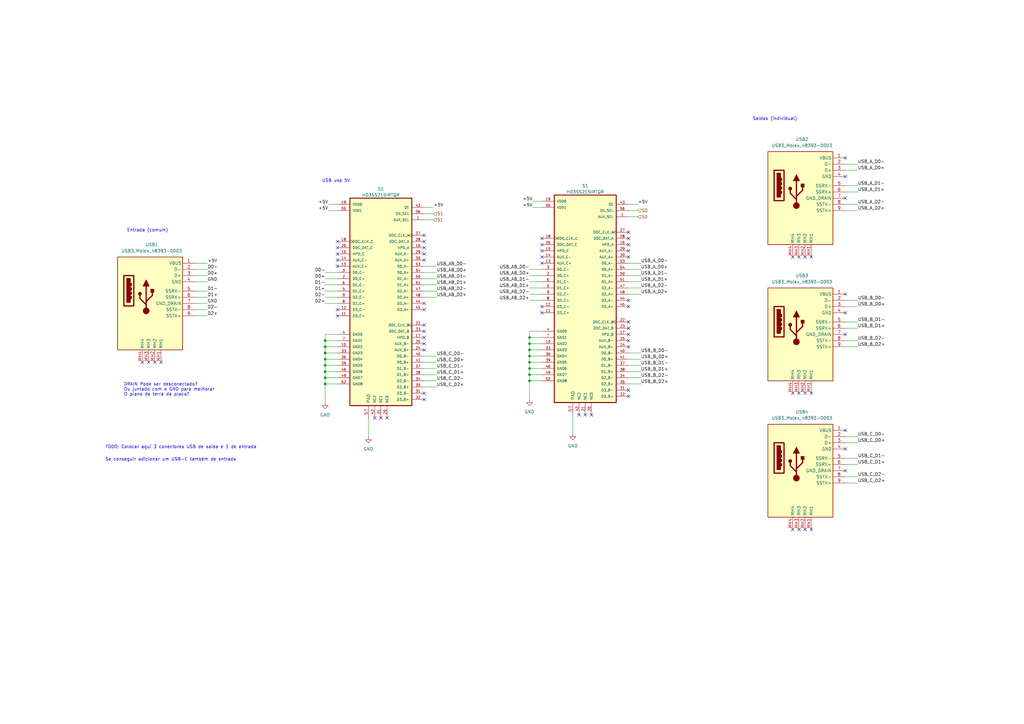
<source format=kicad_sch>
(kicad_sch (version 20230121) (generator eeschema)
  (paper "A3")
  (title_block (title "USB 3.0 Switch 3:1"))
  (lib_symbols
    (symbol "Custom:USB3_Molex_48393-0003"
      (property "Reference" "U?" (at -1.27 16.51 0))
      (property "Value" "USB3_Molex_48393-0003" (at 0 13.97 0))
      (symbol "USB3_Molex_48393-0003_0_0"
        (rectangle (start -11.43 3.81) (end -7.366 -8.636) (stroke (width 0.508)))
        (rectangle (start -10.16 2.54) (end -8.89 -7.112) (stroke (width 0.508)) (fill (type outline)))
        (rectangle (start -8.636 -4.826) (end -8.382 -5.588) (stroke (width 0.508)))
        (rectangle (start -8.636 -3.048) (end -8.382 -3.81) (stroke (width 0.508)))
        (rectangle (start -8.636 -1.27) (end -8.382 -2.032) (stroke (width 0.508)))
        (rectangle (start -8.636 0.508) (end -8.382 -0.254) (stroke (width 0.508)))
      )
      (symbol "USB3_Molex_48393-0003_1_1"
        (rectangle (start -13.97 11.43) (end 12.7 -26.67) (stroke (width 0.254)) (fill (type background)))
        (circle (center -4.826 -3.683) (radius 0.635) (stroke (width 0.254)) (fill (type outline)))
        (circle (center -2.286 -10.668) (radius 1.27) (fill (type outline)))
        (rectangle (start -0.381 -1.778) (end 0.889 -3.048) (stroke (width 0.254)) (fill (type outline)))
        (polyline (pts (xy -2.286 -10.668) (xy -2.286 -0.508)) (stroke (width 0.508)))
        (polyline (pts (xy -2.286 -8.128) (xy -4.826 -5.588) (xy -4.826 -4.318)) (stroke (width 0.508)))
        (polyline (pts (xy -2.286 -6.858) (xy 0.254 -4.318) (xy 0.254 -3.048)) (stroke (width 0.508)))
        (polyline (pts (xy -3.556 -0.508) (xy -2.286 2.032) (xy -1.016 -0.508) (xy -3.556 -0.508)) (stroke (width 0.254)) (fill (type outline)))
        (pin passive line (at 17.78 8.89 180) (length 5.08) (name "VBUS") (number "1"))
        (pin passive line (at 17.78 6.35 180) (length 5.08) (name "D-") (number "2"))
        (pin passive line (at 17.78 3.81 180) (length 5.08) (name "D+") (number "3"))
        (pin passive line (at 17.78 1.27 180) (length 5.08) (name "GND") (number "4"))
        (pin passive line (at 17.78 -2.54 180) (length 5.08) (name "SSRX-") (number "5"))
        (pin passive line (at 17.78 -5.08 180) (length 5.08) (name "SSRX+") (number "6"))
        (pin passive line (at 17.78 -7.62 180) (length 5.08) (name "GND_DRAIN") (number "7"))
        (pin passive line (at 17.78 -10.16 180) (length 5.08) (name "SSTX-") (number "8"))
        (pin passive line (at 17.78 -12.7 180) (length 5.08) (name "SSTX+") (number "9"))
        (pin passive line (at 3.81 -31.75 90) (length 5.08) (name "MH1") (number "MH1"))
        (pin passive line (at 1.27 -31.75 90) (length 5.08) (name "MH2") (number "MH2"))
        (pin passive line (at -1.27 -31.75 90) (length 5.08) (name "MH3") (number "MH3"))
        (pin passive line (at -3.81 -31.75 90) (length 5.08) (name "MH4") (number "MH4"))
      )
    )
    (symbol "Custom_HD3SS215IRTQR:HD3SS215IRTQR" (pin_names (offset 1.016))
      (property "Reference" "U" (at -12.7 61.96 0))
      (property "Value" "HD3SS215IRTQR" (at -7.62 62.23 0))
      (symbol "HD3SS215IRTQR_0_0"
        (rectangle (start -12.7 60.96) (end 12.7 -24.13) (stroke (width 0.41)) (fill (type background)))
        (pin input line (at -17.78 52.07 0) (length 5.08) (name "AUX_SEL") (number "1"))
        (pin input line (at -17.78 57.15 0) (length 5.08) (name "OE") (number "43"))
        (pin input line (at -17.78 54.61 0) (length 5.08) (name "DX_SEL") (number "56"))
      )
      (symbol "HD3SS215IRTQR_1_0"
        (pin power_in line (at 17.78 0 180) (length 5.08) (name "GND2") (number "10"))
        (pin bidirectional line (at 17.78 12.7 180) (length 5.08) (name "D3_C+") (number "11"))
        (pin bidirectional line (at 17.78 15.24 180) (length 5.08) (name "D3_C-") (number "12"))
        (pin bidirectional line (at 17.78 33.02 180) (length 5.08) (name "AUX_C+") (number "13"))
        (pin bidirectional line (at 17.78 35.56 180) (length 5.08) (name "AUX_C-") (number "14"))
        (pin bidirectional line (at 17.78 38.1 180) (length 5.08) (name "HPD_C") (number "15"))
        (pin bidirectional line (at -17.78 40.64 0) (length 5.08) (name "HPD_A") (number "16"))
        (pin bidirectional line (at -17.78 3.81 0) (length 5.08) (name "HPD_B") (number "17"))
        (pin input clock (at 17.78 43.18 180) (length 5.08) (name "DDC_CLK_C") (number "18"))
        (pin power_in line (at 17.78 58.42 180) (length 5.08) (name "VDD0") (number "19"))
        (pin bidirectional line (at 17.78 27.94 180) (length 5.08) (name "D0_C+") (number "2"))
        (pin bidirectional line (at -2.54 -29.21 90) (length 5.08) (name "NC0") (number "20"))
        (pin bidirectional line (at 0 -29.21 90) (length 5.08) (name "NC1") (number "21"))
        (pin input clock (at -17.78 8.89 0) (length 5.08) (name "DDC_CLK_B") (number "22"))
        (pin bidirectional line (at -17.78 6.35 0) (length 5.08) (name "DDC_DAT_B") (number "23"))
        (pin bidirectional line (at -17.78 -1.27 0) (length 5.08) (name "AUX_B+") (number "24"))
        (pin bidirectional line (at -17.78 1.27 0) (length 5.08) (name "AUX_B-") (number "25"))
        (pin bidirectional line (at 17.78 40.64 180) (length 5.08) (name "DDC_DAT_C") (number "26"))
        (pin input clock (at -17.78 45.72 0) (length 5.08) (name "DDC_CLK_A") (number "27"))
        (pin bidirectional line (at -17.78 43.18 0) (length 5.08) (name "DDC_DAT_A") (number "28"))
        (pin bidirectional line (at -17.78 38.1 0) (length 5.08) (name "AUX_A-") (number "29"))
        (pin bidirectional line (at 17.78 30.48 180) (length 5.08) (name "D0_C-") (number "3"))
        (pin bidirectional line (at -17.78 35.56 0) (length 5.08) (name "AUX_A+") (number "30"))
        (pin bidirectional line (at -17.78 -19.05 0) (length 5.08) (name "D3_B-") (number "31"))
        (pin bidirectional line (at -17.78 -21.59 0) (length 5.08) (name "D3_B+") (number "32"))
        (pin power_in line (at 17.78 -2.54 180) (length 5.08) (name "GND3") (number "33"))
        (pin bidirectional line (at -17.78 -13.97 0) (length 5.08) (name "D2_B-") (number "34"))
        (pin bidirectional line (at -17.78 -16.51 0) (length 5.08) (name "D2_B+") (number "35"))
        (pin power_in line (at 17.78 -5.08 180) (length 5.08) (name "GND4") (number "36"))
        (pin bidirectional line (at -17.78 -8.89 0) (length 5.08) (name "D1_B-") (number "37"))
        (pin bidirectional line (at -17.78 -11.43 0) (length 5.08) (name "D1_B+") (number "38"))
        (pin power_in line (at 17.78 -7.62 180) (length 5.08) (name "GND5") (number "39"))
        (pin power_in line (at 17.78 5.08 180) (length 5.08) (name "GND0") (number "4"))
        (pin bidirectional line (at -17.78 -3.81 0) (length 5.08) (name "D0_B-") (number "40"))
        (pin bidirectional line (at -17.78 -6.35 0) (length 5.08) (name "D0_B+") (number "41"))
        (pin bidirectional line (at 2.54 -29.21 90) (length 5.08) (name "NC2") (number "42"))
        (pin bidirectional line (at -17.78 17.78 0) (length 5.08) (name "D3_A-") (number "44"))
        (pin bidirectional line (at -17.78 15.24 0) (length 5.08) (name "D3_A+") (number "45"))
        (pin power_in line (at 17.78 -10.16 180) (length 5.08) (name "GND6") (number "46"))
        (pin bidirectional line (at -17.78 22.86 0) (length 5.08) (name "D2_A-") (number "47"))
        (pin bidirectional line (at -17.78 20.32 0) (length 5.08) (name "D2_A+") (number "48"))
        (pin power_in line (at 17.78 -12.7 180) (length 5.08) (name "GND7") (number "49"))
        (pin bidirectional line (at 17.78 22.86 180) (length 5.08) (name "D1_C+") (number "5"))
        (pin bidirectional line (at -17.78 27.94 0) (length 5.08) (name "D1_A-") (number "50"))
        (pin bidirectional line (at -17.78 25.4 0) (length 5.08) (name "D1_A+") (number "51"))
        (pin power_in line (at 17.78 -15.24 180) (length 5.08) (name "GND8") (number "52"))
        (pin bidirectional line (at -17.78 33.02 0) (length 5.08) (name "D0_A-") (number "53"))
        (pin bidirectional line (at -17.78 30.48 0) (length 5.08) (name "D0_A+") (number "54"))
        (pin power_in line (at 17.78 55.88 180) (length 5.08) (name "VDD1") (number "55"))
        (pin bidirectional line (at 17.78 25.4 180) (length 5.08) (name "D1_C-") (number "6"))
        (pin power_in line (at 17.78 2.54 180) (length 5.08) (name "GND1") (number "7"))
        (pin bidirectional line (at 17.78 17.78 180) (length 5.08) (name "D2_C+") (number "8"))
        (pin bidirectional line (at 17.78 20.32 180) (length 5.08) (name "D2_C-") (number "9"))
      )
      (symbol "HD3SS215IRTQR_1_1"
        (pin passive line (at 5.08 -29.21 90) (length 5.08) (name "PAD") (number "57"))
      )
    )
    (symbol "HD3SS215IRTQR_1" (pin_names (offset 1.016))
      (property "Reference" "U" (at -12.7 61.96 0))
      (property "Value" "HD3SS215IRTQR" (at -7.62 62.23 0))
      (symbol "HD3SS215IRTQR_1_0_0"
        (rectangle (start -12.7 60.96) (end 12.7 -24.13) (stroke (width 0.41)) (fill (type background)))
        (pin input line (at -17.78 52.07 0) (length 5.08) (name "AUX_SEL") (number "1"))
        (pin input line (at -17.78 57.15 0) (length 5.08) (name "OE") (number "43"))
        (pin input line (at -17.78 54.61 0) (length 5.08) (name "DX_SEL") (number "56"))
      )
      (symbol "HD3SS215IRTQR_1_1_0"
        (pin power_in line (at 17.78 0 180) (length 5.08) (name "GND2") (number "10"))
        (pin bidirectional line (at 17.78 12.7 180) (length 5.08) (name "D3_C+") (number "11"))
        (pin bidirectional line (at 17.78 15.24 180) (length 5.08) (name "D3_C-") (number "12"))
        (pin bidirectional line (at 17.78 33.02 180) (length 5.08) (name "AUX_C+") (number "13"))
        (pin bidirectional line (at 17.78 35.56 180) (length 5.08) (name "AUX_C-") (number "14"))
        (pin bidirectional line (at 17.78 38.1 180) (length 5.08) (name "HPD_C") (number "15"))
        (pin bidirectional line (at -17.78 40.64 0) (length 5.08) (name "HPD_A") (number "16"))
        (pin bidirectional line (at -17.78 3.81 0) (length 5.08) (name "HPD_B") (number "17"))
        (pin input clock (at 17.78 43.18 180) (length 5.08) (name "DDC_CLK_C") (number "18"))
        (pin power_in line (at 17.78 58.42 180) (length 5.08) (name "VDD0") (number "19"))
        (pin bidirectional line (at 17.78 27.94 180) (length 5.08) (name "D0_C+") (number "2"))
        (pin bidirectional line (at -2.54 -29.21 90) (length 5.08) (name "NC0") (number "20"))
        (pin bidirectional line (at 0 -29.21 90) (length 5.08) (name "NC1") (number "21"))
        (pin input clock (at -17.78 8.89 0) (length 5.08) (name "DDC_CLK_B") (number "22"))
        (pin bidirectional line (at -17.78 6.35 0) (length 5.08) (name "DDC_DAT_B") (number "23"))
        (pin bidirectional line (at -17.78 -1.27 0) (length 5.08) (name "AUX_B+") (number "24"))
        (pin bidirectional line (at -17.78 1.27 0) (length 5.08) (name "AUX_B-") (number "25"))
        (pin bidirectional line (at 17.78 40.64 180) (length 5.08) (name "DDC_DAT_C") (number "26"))
        (pin input clock (at -17.78 45.72 0) (length 5.08) (name "DDC_CLK_A") (number "27"))
        (pin bidirectional line (at -17.78 43.18 0) (length 5.08) (name "DDC_DAT_A") (number "28"))
        (pin bidirectional line (at -17.78 38.1 0) (length 5.08) (name "AUX_A-") (number "29"))
        (pin bidirectional line (at 17.78 30.48 180) (length 5.08) (name "D0_C-") (number "3"))
        (pin bidirectional line (at -17.78 35.56 0) (length 5.08) (name "AUX_A+") (number "30"))
        (pin bidirectional line (at -17.78 -19.05 0) (length 5.08) (name "D3_B-") (number "31"))
        (pin bidirectional line (at -17.78 -21.59 0) (length 5.08) (name "D3_B+") (number "32"))
        (pin power_in line (at 17.78 -2.54 180) (length 5.08) (name "GND3") (number "33"))
        (pin bidirectional line (at -17.78 -13.97 0) (length 5.08) (name "D2_B-") (number "34"))
        (pin bidirectional line (at -17.78 -16.51 0) (length 5.08) (name "D2_B+") (number "35"))
        (pin power_in line (at 17.78 -5.08 180) (length 5.08) (name "GND4") (number "36"))
        (pin bidirectional line (at -17.78 -8.89 0) (length 5.08) (name "D1_B-") (number "37"))
        (pin bidirectional line (at -17.78 -11.43 0) (length 5.08) (name "D1_B+") (number "38"))
        (pin power_in line (at 17.78 -7.62 180) (length 5.08) (name "GND5") (number "39"))
        (pin power_in line (at 17.78 5.08 180) (length 5.08) (name "GND0") (number "4"))
        (pin bidirectional line (at -17.78 -3.81 0) (length 5.08) (name "D0_B-") (number "40"))
        (pin bidirectional line (at -17.78 -6.35 0) (length 5.08) (name "D0_B+") (number "41"))
        (pin bidirectional line (at 2.54 -29.21 90) (length 5.08) (name "NC2") (number "42"))
        (pin bidirectional line (at -17.78 17.78 0) (length 5.08) (name "D3_A-") (number "44"))
        (pin bidirectional line (at -17.78 15.24 0) (length 5.08) (name "D3_A+") (number "45"))
        (pin power_in line (at 17.78 -10.16 180) (length 5.08) (name "GND6") (number "46"))
        (pin bidirectional line (at -17.78 22.86 0) (length 5.08) (name "D2_A-") (number "47"))
        (pin bidirectional line (at -17.78 20.32 0) (length 5.08) (name "D2_A+") (number "48"))
        (pin power_in line (at 17.78 -12.7 180) (length 5.08) (name "GND7") (number "49"))
        (pin bidirectional line (at 17.78 22.86 180) (length 5.08) (name "D1_C+") (number "5"))
        (pin bidirectional line (at -17.78 27.94 0) (length 5.08) (name "D1_A-") (number "50"))
        (pin bidirectional line (at -17.78 25.4 0) (length 5.08) (name "D1_A+") (number "51"))
        (pin power_in line (at 17.78 -15.24 180) (length 5.08) (name "GND8") (number "52"))
        (pin bidirectional line (at -17.78 33.02 0) (length 5.08) (name "D0_A-") (number "53"))
        (pin bidirectional line (at -17.78 30.48 0) (length 5.08) (name "D0_A+") (number "54"))
        (pin power_in line (at 17.78 55.88 180) (length 5.08) (name "VDD1") (number "55"))
        (pin bidirectional line (at 17.78 25.4 180) (length 5.08) (name "D1_C-") (number "6"))
        (pin power_in line (at 17.78 2.54 180) (length 5.08) (name "GND1") (number "7"))
        (pin bidirectional line (at 17.78 17.78 180) (length 5.08) (name "D2_C+") (number "8"))
        (pin bidirectional line (at 17.78 20.32 180) (length 5.08) (name "D2_C-") (number "9"))
      )
      (symbol "HD3SS215IRTQR_1_1_1"
        (pin passive line (at 5.08 -29.21 90) (length 5.08) (name "PAD") (number "57"))
      )
    )
    (symbol "power:GND" (power) (pin_names (offset 0))
      (property "Value" "GND" (at 0 -3.81 0))
      (symbol "GND_0_1"
        (polyline (pts (xy 0 0) (xy 0 -1.27) (xy 1.27 -1.27) (xy 0 -2.54) (xy -1.27 -1.27) (xy 0 -1.27)))
      )
      (symbol "GND_1_1"
        (pin power_in line (at 0 0 270) (length 0) hide (name "GND") (number "1"))
      )
    )
  )
  (junction (at 133.35 152.4))
  (junction (at 217.17 140.97))
  (junction (at 133.35 149.86))
  (junction (at 133.35 142.24))
  (junction (at 133.35 157.48))
  (junction (at 217.17 151.13))
  (junction (at 217.17 156.21))
  (junction (at 217.17 153.67))
  (junction (at 133.35 144.78))
  (junction (at 217.17 146.05))
  (junction (at 217.17 138.43))
  (junction (at 217.17 148.59))
  (junction (at 133.35 139.7))
  (junction (at 133.35 147.32))
  (junction (at 133.35 154.94))
  (junction (at 217.17 143.51))
  (no_connect (at 332.74 217.17))
  (no_connect (at 138.43 99.06))
  (no_connect (at 138.43 106.68))
  (no_connect (at 257.81 160.02))
  (no_connect (at 173.99 96.52))
  (no_connect (at 173.99 101.6))
  (no_connect (at 138.43 127))
  (no_connect (at 173.99 133.35))
  (no_connect (at 346.71 128.27))
  (no_connect (at 346.71 184.15))
  (no_connect (at 257.81 123.19))
  (no_connect (at 346.71 64.77))
  (no_connect (at 257.81 102.87))
  (no_connect (at 222.25 102.87))
  (no_connect (at 222.25 105.41))
  (no_connect (at 222.25 125.73))
  (no_connect (at 332.74 105.41))
  (no_connect (at 222.25 128.27))
  (no_connect (at 327.66 105.41))
  (no_connect (at 330.2 161.29))
  (no_connect (at 60.96 148.59))
  (no_connect (at 325.12 161.29))
  (no_connect (at 257.81 137.16))
  (no_connect (at 240.03 170.18))
  (no_connect (at 173.99 104.14))
  (no_connect (at 327.66 217.17))
  (no_connect (at 173.99 106.68))
  (no_connect (at 222.25 97.79))
  (no_connect (at 138.43 104.14))
  (no_connect (at 346.71 176.53))
  (no_connect (at 173.99 135.89))
  (no_connect (at 325.12 105.41))
  (no_connect (at 257.81 105.41))
  (no_connect (at 173.99 163.83))
  (no_connect (at 257.81 95.25))
  (no_connect (at 173.99 99.06))
  (no_connect (at 257.81 162.56))
  (no_connect (at 138.43 129.54))
  (no_connect (at 173.99 140.97))
  (no_connect (at 63.5 148.59))
  (no_connect (at 257.81 139.7))
  (no_connect (at 173.99 138.43))
  (no_connect (at 222.25 107.95))
  (no_connect (at 156.21 171.45))
  (no_connect (at 327.66 161.29))
  (no_connect (at 138.43 101.6))
  (no_connect (at 173.99 143.51))
  (no_connect (at 158.75 171.45))
  (no_connect (at 153.67 171.45))
  (no_connect (at 346.71 81.28))
  (no_connect (at 257.81 134.62))
  (no_connect (at 330.2 105.41))
  (no_connect (at 66.04 148.59))
  (no_connect (at 173.99 127))
  (no_connect (at 58.42 148.59))
  (no_connect (at 332.74 161.29))
  (no_connect (at 257.81 100.33))
  (no_connect (at 346.71 193.04))
  (no_connect (at 257.81 97.79))
  (no_connect (at 173.99 161.29))
  (no_connect (at 173.99 124.46))
  (no_connect (at 346.71 72.39))
  (no_connect (at 257.81 142.24))
  (no_connect (at 257.81 132.08))
  (no_connect (at 325.12 217.17))
  (no_connect (at 138.43 109.22))
  (no_connect (at 257.81 125.73))
  (no_connect (at 242.57 170.18))
  (no_connect (at 346.71 120.65))
  (no_connect (at 346.71 137.16))
  (no_connect (at 330.2 217.17))
  (no_connect (at 222.25 100.33))
  (no_connect (at 237.49 170.18))
  (wire (pts (xy 217.17 118.11) (xy 222.25 118.11)))
  (wire (pts (xy 151.13 171.45) (xy 151.13 179.07)))
  (wire (pts (xy 257.81 113.03) (xy 262.89 113.03)))
  (wire (pts (xy 133.35 154.94) (xy 133.35 157.48)))
  (wire (pts (xy 346.71 132.08) (xy 351.79 132.08)))
  (wire (pts (xy 173.99 151.13) (xy 179.07 151.13)))
  (wire (pts (xy 262.89 115.57) (xy 257.81 115.57)))
  (wire (pts (xy 346.71 86.36) (xy 351.79 86.36)))
  (wire (pts (xy 217.17 140.97) (xy 222.25 140.97)))
  (wire (pts (xy 179.07 116.84) (xy 173.99 116.84)))
  (wire (pts (xy 133.35 144.78) (xy 138.43 144.78)))
  (wire (pts (xy 85.09 124.46) (xy 80.01 124.46)))
  (wire (pts (xy 179.07 111.76) (xy 173.99 111.76)))
  (wire (pts (xy 351.79 139.7) (xy 346.71 139.7)))
  (wire (pts (xy 217.17 135.89) (xy 217.17 138.43)))
  (wire (pts (xy 133.35 147.32) (xy 133.35 149.86)))
  (wire (pts (xy 85.09 121.92) (xy 80.01 121.92)))
  (wire (pts (xy 133.35 152.4) (xy 133.35 154.94)))
  (wire (pts (xy 133.35 157.48) (xy 133.35 165.1)))
  (wire (pts (xy 218.44 82.55) (xy 222.25 82.55)))
  (wire (pts (xy 133.35 144.78) (xy 133.35 147.32)))
  (wire (pts (xy 217.17 138.43) (xy 217.17 140.97)))
  (wire (pts (xy 133.35 142.24) (xy 133.35 144.78)))
  (wire (pts (xy 346.71 187.96) (xy 351.79 187.96)))
  (wire (pts (xy 217.17 138.43) (xy 222.25 138.43)))
  (wire (pts (xy 134.62 83.82) (xy 138.43 83.82)))
  (wire (pts (xy 257.81 144.78) (xy 262.89 144.78)))
  (wire (pts (xy 179.07 153.67) (xy 173.99 153.67)))
  (wire (pts (xy 177.8 90.17) (xy 173.99 90.17)))
  (wire (pts (xy 261.62 88.9) (xy 257.81 88.9)))
  (wire (pts (xy 80.01 129.54) (xy 85.09 129.54)))
  (wire (pts (xy 257.81 149.86) (xy 262.89 149.86)))
  (wire (pts (xy 217.17 153.67) (xy 222.25 153.67)))
  (wire (pts (xy 80.01 110.49) (xy 85.09 110.49)))
  (wire (pts (xy 257.81 157.48) (xy 262.89 157.48)))
  (wire (pts (xy 133.35 137.16) (xy 138.43 137.16)))
  (wire (pts (xy 351.79 69.85) (xy 346.71 69.85)))
  (wire (pts (xy 222.25 123.19) (xy 217.17 123.19)))
  (wire (pts (xy 133.35 139.7) (xy 138.43 139.7)))
  (wire (pts (xy 222.25 110.49) (xy 217.17 110.49)))
  (wire (pts (xy 133.35 147.32) (xy 138.43 147.32)))
  (wire (pts (xy 257.81 120.65) (xy 262.89 120.65)))
  (wire (pts (xy 217.17 148.59) (xy 222.25 148.59)))
  (wire (pts (xy 173.99 158.75) (xy 179.07 158.75)))
  (wire (pts (xy 133.35 114.3) (xy 138.43 114.3)))
  (wire (pts (xy 234.95 170.18) (xy 234.95 177.8)))
  (wire (pts (xy 346.71 123.19) (xy 351.79 123.19)))
  (wire (pts (xy 346.71 198.12) (xy 351.79 198.12)))
  (wire (pts (xy 85.09 115.57) (xy 80.01 115.57)))
  (wire (pts (xy 222.25 115.57) (xy 217.17 115.57)))
  (wire (pts (xy 133.35 149.86) (xy 138.43 149.86)))
  (wire (pts (xy 138.43 124.46) (xy 133.35 124.46)))
  (wire (pts (xy 217.17 120.65) (xy 222.25 120.65)))
  (wire (pts (xy 179.07 148.59) (xy 173.99 148.59)))
  (wire (pts (xy 346.71 142.24) (xy 351.79 142.24)))
  (wire (pts (xy 262.89 154.94) (xy 257.81 154.94)))
  (wire (pts (xy 217.17 156.21) (xy 222.25 156.21)))
  (wire (pts (xy 85.09 113.03) (xy 80.01 113.03)))
  (wire (pts (xy 217.17 135.89) (xy 222.25 135.89)))
  (wire (pts (xy 262.89 110.49) (xy 257.81 110.49)))
  (wire (pts (xy 217.17 143.51) (xy 222.25 143.51)))
  (wire (pts (xy 262.89 118.11) (xy 257.81 118.11)))
  (wire (pts (xy 217.17 140.97) (xy 217.17 143.51)))
  (wire (pts (xy 173.99 121.92) (xy 179.07 121.92)))
  (wire (pts (xy 133.35 121.92) (xy 138.43 121.92)))
  (wire (pts (xy 138.43 116.84) (xy 133.35 116.84)))
  (wire (pts (xy 173.99 114.3) (xy 179.07 114.3)))
  (wire (pts (xy 351.79 190.5) (xy 346.71 190.5)))
  (wire (pts (xy 133.35 139.7) (xy 133.35 142.24)))
  (wire (pts (xy 133.35 152.4) (xy 138.43 152.4)))
  (wire (pts (xy 217.17 153.67) (xy 217.17 156.21)))
  (wire (pts (xy 138.43 111.76) (xy 133.35 111.76)))
  (wire (pts (xy 133.35 154.94) (xy 138.43 154.94)))
  (wire (pts (xy 177.8 87.63) (xy 173.99 87.63)))
  (wire (pts (xy 218.44 85.09) (xy 222.25 85.09)))
  (wire (pts (xy 261.62 83.82) (xy 257.81 83.82)))
  (wire (pts (xy 179.07 119.38) (xy 173.99 119.38)))
  (wire (pts (xy 262.89 152.4) (xy 257.81 152.4)))
  (wire (pts (xy 261.62 86.36) (xy 257.81 86.36)))
  (wire (pts (xy 217.17 146.05) (xy 222.25 146.05)))
  (wire (pts (xy 133.35 157.48) (xy 138.43 157.48)))
  (wire (pts (xy 133.35 142.24) (xy 138.43 142.24)))
  (wire (pts (xy 80.01 119.38) (xy 85.09 119.38)))
  (wire (pts (xy 173.99 146.05) (xy 179.07 146.05)))
  (wire (pts (xy 351.79 83.82) (xy 346.71 83.82)))
  (wire (pts (xy 346.71 67.31) (xy 351.79 67.31)))
  (wire (pts (xy 217.17 143.51) (xy 217.17 146.05)))
  (wire (pts (xy 133.35 149.86) (xy 133.35 152.4)))
  (wire (pts (xy 217.17 156.21) (xy 217.17 163.83)))
  (wire (pts (xy 173.99 109.22) (xy 179.07 109.22)))
  (wire (pts (xy 346.71 76.2) (xy 351.79 76.2)))
  (wire (pts (xy 217.17 113.03) (xy 222.25 113.03)))
  (wire (pts (xy 85.09 107.95) (xy 80.01 107.95)))
  (wire (pts (xy 262.89 147.32) (xy 257.81 147.32)))
  (wire (pts (xy 351.79 78.74) (xy 346.71 78.74)))
  (wire (pts (xy 177.8 85.09) (xy 173.99 85.09)))
  (wire (pts (xy 217.17 151.13) (xy 222.25 151.13)))
  (wire (pts (xy 351.79 195.58) (xy 346.71 195.58)))
  (wire (pts (xy 179.07 156.21) (xy 173.99 156.21)))
  (wire (pts (xy 351.79 181.61) (xy 346.71 181.61)))
  (wire (pts (xy 351.79 134.62) (xy 346.71 134.62)))
  (wire (pts (xy 85.09 127) (xy 80.01 127)))
  (wire (pts (xy 346.71 179.07) (xy 351.79 179.07)))
  (wire (pts (xy 133.35 119.38) (xy 138.43 119.38)))
  (wire (pts (xy 133.35 137.16) (xy 133.35 139.7)))
  (wire (pts (xy 217.17 146.05) (xy 217.17 148.59)))
  (wire (pts (xy 351.79 125.73) (xy 346.71 125.73)))
  (wire (pts (xy 217.17 151.13) (xy 217.17 153.67)))
  (wire (pts (xy 217.17 148.59) (xy 217.17 151.13)))
  (wire (pts (xy 257.81 107.95) (xy 262.89 107.95)))
  (wire (pts (xy 134.62 86.36) (xy 138.43 86.36)))
  (text "TODO: Colocar aqui 3 conectores USB de saída e 1 de entrada" (at 43.18 184.15 0) (effects (font (size 1.27 1.27)) (justify left bottom)))
  (text "Entrada (comum)" (at 52.07 95.25 0) (effects (font (size 1.27 1.27)) (justify left bottom)))
  (text "DRAIN Pode ser desconectado?\nOu juntado com o GND para melhorar\nO plano de terra da placa?" (at 50.8 162.56 0) (effects (font (size 1.27 1.27)) (justify left bottom)))
  (text "Se conseguir adicionar um USB-C também de entrada" (at 43.18 189.23 0) (effects (font (size 1.27 1.27)) (justify left bottom)))
  (text "USB usa 5V" (at 132.08 74.93 0) (effects (font (size 1.27 1.27)) (justify left bottom)))
  (text "Saídas (individual)" (at 308.61 49.53 0) (effects (font (size 1.27 1.27)) (justify left bottom)))
  (label "USB_AB_D2+" (at 179.07 121.92 0))
  (label "USB_A_D0-" (at 351.79 67.31 0))
  (label "D1+" (at 133.35 119.38 180))
  (label "USB_A_D0+" (at 351.79 69.85 0))
  (label "+5V" (at 218.44 85.09 180))
  (label "USB_C_D2-" (at 351.79 195.58 0))
  (label "+5V" (at 134.62 86.36 180))
  (label "USB_C_D1+" (at 179.07 153.67 0))
  (label "USB_B_D1+" (at 351.79 134.62 0))
  (label "USB_AB_D0-" (at 217.17 110.49 180))
  (label "USB_B_D2+" (at 262.89 157.48 0))
  (label "USB_AB_D0+" (at 179.07 111.76 0))
  (label "D2+" (at 85.09 129.54 0))
  (label "D0+" (at 85.09 113.03 0))
  (label "USB_AB_D1+" (at 179.07 116.84 0))
  (label "D1-" (at 85.09 119.38 0))
  (label "USB_B_D0+" (at 262.89 147.32 0))
  (label "+5V" (at 218.44 82.55 180))
  (label "D1+" (at 85.09 121.92 0))
  (label "USB_C_D1+" (at 351.79 190.5 0))
  (label "USB_A_D1-" (at 351.79 76.2 0))
  (label "USB_AB_D0+" (at 217.17 113.03 180))
  (label "GND" (at 85.09 115.57 0))
  (label "USB_A_D2+" (at 262.89 120.65 0))
  (label "USB_B_D1+" (at 262.89 152.4 0))
  (label "USB_C_D2-" (at 179.07 156.21 0))
  (label "D2-" (at 85.09 127 0))
  (label "USB_A_D1+" (at 262.89 115.57 0))
  (label "USB_B_D2-" (at 262.89 154.94 0))
  (label "+5V" (at 134.62 83.82 180))
  (label "USB_B_D2+" (at 351.79 142.24 0))
  (label "USB_A_D2-" (at 351.79 83.82 0))
  (label "USB_B_D2-" (at 351.79 139.7 0))
  (label "USB_B_D0+" (at 351.79 125.73 0))
  (label "USB_C_D2+" (at 351.79 198.12 0))
  (label "USB_C_D0+" (at 351.79 181.61 0))
  (label "USB_B_D1-" (at 262.89 149.86 0))
  (label "USB_B_D0-" (at 351.79 123.19 0))
  (label "USB_AB_D1-" (at 179.07 114.3 0))
  (label "USB_AB_D1+" (at 217.17 118.11 180))
  (label "D0-" (at 85.09 110.49 0))
  (label "USB_C_D1-" (at 351.79 187.96 0))
  (label "USB_A_D1+" (at 351.79 78.74 0))
  (label "GND" (at 85.09 124.46 0))
  (label "USB_AB_D0-" (at 179.07 109.22 0))
  (label "USB_C_D0-" (at 179.07 146.05 0))
  (label "+5V" (at 85.09 107.95 0))
  (label "USB_AB_D2-" (at 217.17 120.65 180))
  (label "USB_A_D1-" (at 262.89 113.03 0))
  (label "USB_AB_D2+" (at 217.17 123.19 180))
  (label "USB_C_D0-" (at 351.79 179.07 0))
  (label "USB_B_D0-" (at 262.89 144.78 0))
  (label "+5V" (at 177.8 85.09 0))
  (label "USB_A_D2-" (at 262.89 118.11 0))
  (label "D1-" (at 133.35 116.84 180))
  (label "USB_AB_D1-" (at 217.17 115.57 180))
  (label "USB_C_D0+" (at 179.07 148.59 0))
  (label "USB_AB_D2-" (at 179.07 119.38 0))
  (label "D0-" (at 133.35 111.76 180))
  (label "D0+" (at 133.35 114.3 180))
  (label "D2+" (at 133.35 124.46 180))
  (label "USB_A_D2+" (at 351.79 86.36 0))
  (label "USB_C_D2+" (at 179.07 158.75 0))
  (label "+5V" (at 261.62 83.82 0))
  (label "D2-" (at 133.35 121.92 180))
  (label "USB_A_D0-" (at 262.89 107.95 0))
  (label "USB_C_D1-" (at 179.07 151.13 0))
  (label "USB_B_D1-" (at 351.79 132.08 0))
  (label "USB_A_D0+" (at 262.89 110.49 0))
  (hierarchical_label "S1" (shape input) (at 177.8 87.63 0))
  (hierarchical_label "S0" (shape input) (at 261.62 86.36 0))
  (hierarchical_label "S1" (shape input) (at 177.8 90.17 0))
  (hierarchical_label "S0" (shape input) (at 261.62 88.9 0))
  (symbol (lib_id "Custom_HD3SS215IRTQR:HD3SS215IRTQR") (at 240.03 140.97 0) (mirror y) (unit 1)
    (property "Reference" "S1" (at 240.03 76.2 0))
    (property "Value" "HD3SS215IRTQR" (at 240.03 78.74 0))
    (property "Footprint" "QFN50P800X800X100-57N" (effects hide))
    (property "Manufacturer" "Texas Instruments" (effects hide))
    (property "Package" "QFN50P800X800X100-57N" (effects hide))
    (instances (project "KVM Project" (path "" (reference "S1") (unit 1)) (path "" (reference "S3") (unit 1)) (path "" (reference "S5") (unit 1)) (path "" (reference "S8") (unit 1))) (project "USB Switch" (path "" (reference "S2") (unit 1))))
  )
  (symbol (lib_id "power:GND") (at 217.17 163.83 0) (unit 1)
    (property "Reference" "#PWR025" (effects hide))
    (property "Value" "GND" (at 217.17 168.91 0))
  )
  (symbol (lib_id "Custom:USB3_Molex_48393-0003") (at 62.23 116.84 0) (unit 1)
    (property "Reference" "USB1" (at 62.23 100.33 0))
    (property "Value" "USB3_Molex_48393-0003" (at 62.23 102.87 0))
    (property "Footprint" "Custom_Footprints:USB3_Molex_48393-0003" (effects hide))
    (property "Datasheet" "https://www.molex.com/content/dam/molex/molex-dot-com/products/automated/en-us/salesdrawingpdf/483/48393/483930003_sd.pdf?inline" (effects hide))
    (property "Height" "7.11" (effects hide))
    (property "Mouser Part Number" "538-48393-0003" (effects hide))
    (property "Mouser Price/Stock" "https://www.mouser.co.uk/ProductDetail/Molex/48393-0003?qs=KpdAywxU010pLgWj887I%252Bw%3D%3D" (effects hide))
    (property "Manufacturer_Name" "Molex" (effects hide))
    (property "Manufacturer_Part_Number" "48393-0003" (effects hide))
  )
  (symbol (lib_id "Custom:USB3_Molex_48393-0003") (at 328.93 185.42 0) (unit 1)
    (property "Reference" "USB4" (at 328.93 168.91 0))
    (property "Value" "USB3_Molex_48393-0003" (at 328.93 171.45 0))
    (property "Footprint" "Custom_Footprints:USB3_Molex_48393-0003" (effects hide))
    (property "Datasheet" "https://www.molex.com/content/dam/molex/molex-dot-com/products/automated/en-us/salesdrawingpdf/483/48393/483930003_sd.pdf?inline" (effects hide))
    (property "Height" "7.11" (effects hide))
    (property "Mouser Part Number" "538-48393-0003" (effects hide))
    (property "Mouser Price/Stock" "https://www.mouser.co.uk/ProductDetail/Molex/48393-0003?qs=KpdAywxU010pLgWj887I%252Bw%3D%3D" (effects hide))
    (property "Manufacturer_Name" "Molex" (effects hide))
    (property "Manufacturer_Part_Number" "48393-0003" (effects hide))
  )
  (symbol (lib_id "Custom:USB3_Molex_48393-0003") (at 328.93 129.54 0) (unit 1)
    (property "Reference" "USB3" (at 328.93 113.03 0))
    (property "Value" "USB3_Molex_48393-0003" (at 328.93 115.57 0))
    (property "Footprint" "Custom_Footprints:USB3_Molex_48393-0003" (effects hide))
    (property "Datasheet" "https://www.molex.com/content/dam/molex/molex-dot-com/products/automated/en-us/salesdrawingpdf/483/48393/483930003_sd.pdf?inline" (effects hide))
    (property "Height" "7.11" (effects hide))
    (property "Mouser Part Number" "538-48393-0003" (effects hide))
    (property "Mouser Price/Stock" "https://www.mouser.co.uk/ProductDetail/Molex/48393-0003?qs=KpdAywxU010pLgWj887I%252Bw%3D%3D" (effects hide))
    (property "Manufacturer_Name" "Molex" (effects hide))
    (property "Manufacturer_Part_Number" "48393-0003" (effects hide))
  )
  (symbol (lib_id "power:GND") (at 133.35 165.1 0) (unit 1)
    (property "Reference" "#PWR024" (effects hide))
    (property "Value" "GND" (at 133.35 170.18 0))
  )
  (symbol (lib_name "HD3SS215IRTQR_1") (lib_id "Custom_HD3SS215IRTQR:HD3SS215IRTQR") (at 156.21 142.24 0) (mirror y) (unit 1)
    (property "Reference" "S1" (at 156.21 77.47 0))
    (property "Value" "HD3SS215IRTQR" (at 156.21 80.01 0))
    (property "Footprint" "QFN50P800X800X100-57N" (effects hide))
    (property "Manufacturer" "Texas Instruments" (effects hide))
    (property "Package" "QFN50P800X800X100-57N" (effects hide))
    (instances (project "KVM Project" (path "" (reference "S1") (unit 1)) (path "" (reference "S3") (unit 1)) (path "" (reference "S5") (unit 1)) (path "" (reference "S7") (unit 1))) (project "USB Switch" (path "" (reference "S1") (unit 1))))
  )
  (symbol (lib_id "power:GND") (at 234.95 177.8 0) (unit 1)
    (property "Reference" "#PWR024" (effects hide))
    (property "Value" "GND" (at 234.95 182.88 0))
    (instances (project "KVM Project" (path "" (reference "#PWR024") (unit 1))) (project "USB Switch" (path "" (reference "#PWR02") (unit 1))))
  )
  (symbol (lib_id "power:GND") (at 151.13 179.07 0) (unit 1)
    (property "Reference" "#PWR024" (effects hide))
    (property "Value" "GND" (at 151.13 184.15 0))
    (instances (project "KVM Project" (path "" (reference "#PWR024") (unit 1))) (project "USB Switch" (path "" (reference "#PWR01") (unit 1))))
  )
  (symbol (lib_id "Custom:USB3_Molex_48393-0003") (at 328.93 73.66 0) (unit 1)
    (property "Reference" "USB2" (at 328.93 57.15 0))
    (property "Value" "USB3_Molex_48393-0003" (at 328.93 59.69 0))
    (property "Footprint" "Custom_Footprints:USB3_Molex_48393-0003" (effects hide))
    (property "Datasheet" "https://www.molex.com/content/dam/molex/molex-dot-com/products/automated/en-us/salesdrawingpdf/483/48393/483930003_sd.pdf?inline" (effects hide))
    (property "Height" "7.11" (effects hide))
    (property "Mouser Part Number" "538-48393-0003" (effects hide))
    (property "Mouser Price/Stock" "https://www.mouser.co.uk/ProductDetail/Molex/48393-0003?qs=KpdAywxU010pLgWj887I%252Bw%3D%3D" (effects hide))
    (property "Manufacturer_Name" "Molex" (effects hide))
    (property "Manufacturer_Part_Number" "48393-0003" (effects hide))
  )
)
</source>
